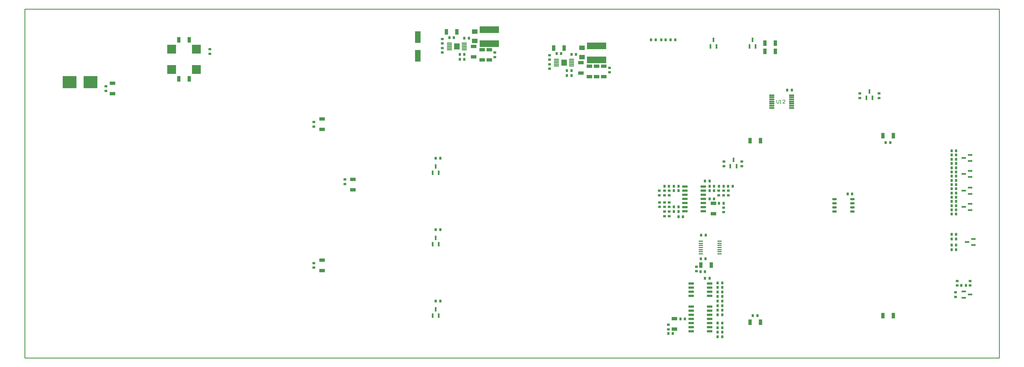
<source format=gtp>
G04 Layer_Color=10723209*
%FSLAX43Y43*%
%MOMM*%
G71*
G01*
G75*
%ADD10R,2.700X2.700*%
%ADD11O,1.400X0.350*%
%ADD12R,6.000X2.000*%
%ADD13R,1.350X0.600*%
%ADD14O,1.450X0.650*%
%ADD15R,1.800X1.340*%
%ADD16R,0.900X0.800*%
G04:AMPARAMS|DCode=17|XSize=0.45mm|YSize=1.6mm|CornerRadius=0.05mm|HoleSize=0mm|Usage=FLASHONLY|Rotation=90.000|XOffset=0mm|YOffset=0mm|HoleType=Round|Shape=RoundedRectangle|*
%AMROUNDEDRECTD17*
21,1,0.450,1.501,0,0,90.0*
21,1,0.351,1.600,0,0,90.0*
1,1,0.099,0.750,0.175*
1,1,0.099,0.750,-0.175*
1,1,0.099,-0.750,-0.175*
1,1,0.099,-0.750,0.175*
%
%ADD17ROUNDEDRECTD17*%
%ADD18R,4.240X3.810*%
%ADD19R,0.800X0.900*%
%ADD20R,1.800X3.550*%
G04:AMPARAMS|DCode=22|XSize=0.65mm|YSize=1.65mm|CornerRadius=0.049mm|HoleSize=0mm|Usage=FLASHONLY|Rotation=90.000|XOffset=0mm|YOffset=0mm|HoleType=Round|Shape=RoundedRectangle|*
%AMROUNDEDRECTD22*
21,1,0.650,1.552,0,0,90.0*
21,1,0.552,1.650,0,0,90.0*
1,1,0.098,0.776,0.276*
1,1,0.098,0.776,-0.276*
1,1,0.098,-0.776,-0.276*
1,1,0.098,-0.776,0.276*
%
%ADD22ROUNDEDRECTD22*%
%ADD23R,1.700X1.000*%
%ADD24R,1.000X1.700*%
G04:AMPARAMS|DCode=25|XSize=0.3mm|YSize=1.55mm|CornerRadius=0.05mm|HoleSize=0mm|Usage=FLASHONLY|Rotation=90.000|XOffset=0mm|YOffset=0mm|HoleType=Round|Shape=RoundedRectangle|*
%AMROUNDEDRECTD25*
21,1,0.300,1.451,0,0,90.0*
21,1,0.201,1.550,0,0,90.0*
1,1,0.099,0.726,0.101*
1,1,0.099,0.726,-0.101*
1,1,0.099,-0.726,-0.101*
1,1,0.099,-0.726,0.101*
%
%ADD25ROUNDEDRECTD25*%
G04:AMPARAMS|DCode=26|XSize=1.73mm|YSize=1.9mm|CornerRadius=0.052mm|HoleSize=0mm|Usage=FLASHONLY|Rotation=0.000|XOffset=0mm|YOffset=0mm|HoleType=Round|Shape=RoundedRectangle|*
%AMROUNDEDRECTD26*
21,1,1.730,1.796,0,0,0.0*
21,1,1.626,1.900,0,0,0.0*
1,1,0.104,0.813,-0.898*
1,1,0.104,-0.813,-0.898*
1,1,0.104,-0.813,0.898*
1,1,0.104,0.813,0.898*
%
%ADD26ROUNDEDRECTD26*%
%ADD27R,0.600X1.350*%
%ADD35C,0.254*%
%ADD36C,0.178*%
D10*
X45190Y95110D02*
D03*
X52810D02*
D03*
Y88890D02*
D03*
X45190D02*
D03*
D11*
X213875Y32050D02*
D03*
Y32700D02*
D03*
Y33350D02*
D03*
Y34000D02*
D03*
Y34650D02*
D03*
Y35300D02*
D03*
Y35950D02*
D03*
X208125Y32050D02*
D03*
Y32700D02*
D03*
Y33350D02*
D03*
Y34000D02*
D03*
Y34650D02*
D03*
Y35300D02*
D03*
Y35950D02*
D03*
D12*
X176000Y96150D02*
D03*
Y91850D02*
D03*
X143000Y101150D02*
D03*
Y96850D02*
D03*
D13*
X289025Y20450D02*
D03*
Y18550D02*
D03*
X290975Y19500D02*
D03*
X289025Y61600D02*
D03*
X290975Y62550D02*
D03*
Y60650D02*
D03*
X289025Y56700D02*
D03*
X290975Y57650D02*
D03*
Y55750D02*
D03*
X289025Y51500D02*
D03*
X290975Y52450D02*
D03*
Y50550D02*
D03*
X289025Y46500D02*
D03*
X290975Y47450D02*
D03*
Y45550D02*
D03*
X291975Y34750D02*
D03*
Y36650D02*
D03*
X290025Y35700D02*
D03*
D14*
X249275Y48905D02*
D03*
Y47635D02*
D03*
Y46365D02*
D03*
Y45095D02*
D03*
X254725Y48905D02*
D03*
Y47635D02*
D03*
Y46365D02*
D03*
Y45095D02*
D03*
D15*
X171500Y92670D02*
D03*
Y95530D02*
D03*
X138500Y97670D02*
D03*
Y100530D02*
D03*
D16*
X286500Y20200D02*
D03*
Y18800D02*
D03*
X287000Y22300D02*
D03*
Y23700D02*
D03*
X216600Y50100D02*
D03*
Y51500D02*
D03*
X195400Y47900D02*
D03*
Y46500D02*
D03*
X257000Y81500D02*
D03*
Y80100D02*
D03*
X263000Y81500D02*
D03*
Y80100D02*
D03*
X128500Y98300D02*
D03*
Y96900D02*
D03*
X161500Y93300D02*
D03*
Y91900D02*
D03*
X215100Y51500D02*
D03*
Y50100D02*
D03*
X196900Y51500D02*
D03*
Y50100D02*
D03*
X195300D02*
D03*
Y51500D02*
D03*
X196900Y46500D02*
D03*
Y47900D02*
D03*
Y43700D02*
D03*
Y45100D02*
D03*
X206700Y28100D02*
D03*
Y26700D02*
D03*
X128500Y95500D02*
D03*
Y94100D02*
D03*
X144700Y94100D02*
D03*
Y92700D02*
D03*
X161500Y89100D02*
D03*
Y90500D02*
D03*
X180000Y88000D02*
D03*
Y89400D02*
D03*
X57000Y93700D02*
D03*
Y95100D02*
D03*
X25000Y82300D02*
D03*
Y83700D02*
D03*
X220730Y60470D02*
D03*
Y59070D02*
D03*
X215230Y60470D02*
D03*
Y59070D02*
D03*
X215100Y44900D02*
D03*
Y46300D02*
D03*
X89000Y72700D02*
D03*
Y71300D02*
D03*
X213600Y51500D02*
D03*
Y50100D02*
D03*
X98500Y53600D02*
D03*
Y55000D02*
D03*
X198400Y51500D02*
D03*
Y50100D02*
D03*
X89000Y29200D02*
D03*
Y27800D02*
D03*
X198400Y46500D02*
D03*
Y47900D02*
D03*
Y43700D02*
D03*
Y45100D02*
D03*
X198100Y10200D02*
D03*
Y8800D02*
D03*
X291000Y22300D02*
D03*
Y23700D02*
D03*
D17*
X229950Y80950D02*
D03*
Y80300D02*
D03*
Y79650D02*
D03*
Y79000D02*
D03*
Y78350D02*
D03*
Y77700D02*
D03*
Y77050D02*
D03*
X236050Y80950D02*
D03*
Y80300D02*
D03*
Y79650D02*
D03*
Y79000D02*
D03*
Y78350D02*
D03*
Y77700D02*
D03*
Y77050D02*
D03*
D18*
X13815Y85000D02*
D03*
X20185D02*
D03*
D19*
X289700Y22300D02*
D03*
X288300D02*
D03*
X210800Y54500D02*
D03*
X209400D02*
D03*
X201200Y43500D02*
D03*
X202600D02*
D03*
X209400Y24500D02*
D03*
X210800D02*
D03*
X198800Y98000D02*
D03*
X200200D02*
D03*
X197300D02*
D03*
X195900D02*
D03*
X286700Y52100D02*
D03*
X285300D02*
D03*
X286700Y50800D02*
D03*
X285300D02*
D03*
X286700Y46900D02*
D03*
X285300D02*
D03*
X286700Y45600D02*
D03*
X285300D02*
D03*
X133900Y93500D02*
D03*
X135300D02*
D03*
Y92000D02*
D03*
X133900D02*
D03*
X166900Y88500D02*
D03*
X168300D02*
D03*
Y87000D02*
D03*
X166900D02*
D03*
X127900Y61500D02*
D03*
X126500D02*
D03*
X212200Y51500D02*
D03*
X210800D02*
D03*
Y52900D02*
D03*
X212200D02*
D03*
X217900D02*
D03*
X216500D02*
D03*
X127900Y39500D02*
D03*
X126500D02*
D03*
X199800Y51500D02*
D03*
X201200D02*
D03*
Y52900D02*
D03*
X199800D02*
D03*
X127900Y17500D02*
D03*
X126500D02*
D03*
X199800Y46500D02*
D03*
X201200D02*
D03*
Y45100D02*
D03*
X199800D02*
D03*
X214700Y9300D02*
D03*
X213300D02*
D03*
X213300Y6500D02*
D03*
X214700D02*
D03*
X214700Y20300D02*
D03*
X213300D02*
D03*
Y23100D02*
D03*
X214700D02*
D03*
X214700Y14700D02*
D03*
X213300D02*
D03*
Y17500D02*
D03*
X214700D02*
D03*
X213700Y47600D02*
D03*
X215100D02*
D03*
X199500Y7500D02*
D03*
X198100D02*
D03*
X234700Y82500D02*
D03*
X236100D02*
D03*
X194200Y98000D02*
D03*
X192800D02*
D03*
X130700Y98700D02*
D03*
X132100D02*
D03*
X136700Y98500D02*
D03*
X135300D02*
D03*
X165100Y93800D02*
D03*
X163700D02*
D03*
X169700Y93500D02*
D03*
X168300D02*
D03*
X253300Y50500D02*
D03*
X254700D02*
D03*
X266430Y66370D02*
D03*
X265030D02*
D03*
X224130Y12970D02*
D03*
X225530D02*
D03*
X212200Y49000D02*
D03*
X210800D02*
D03*
X209500Y30500D02*
D03*
X208100D02*
D03*
X209400Y26600D02*
D03*
X208000D02*
D03*
X213700Y52900D02*
D03*
X215100D02*
D03*
X198300D02*
D03*
X196900D02*
D03*
X209600Y37800D02*
D03*
X208200D02*
D03*
X201800Y12000D02*
D03*
X203200D02*
D03*
X214700Y10700D02*
D03*
X213300D02*
D03*
Y7900D02*
D03*
X214700D02*
D03*
X214700Y18900D02*
D03*
X213300D02*
D03*
Y21700D02*
D03*
X214700D02*
D03*
X214700Y13300D02*
D03*
X213300D02*
D03*
Y16100D02*
D03*
X214700D02*
D03*
X285300Y56000D02*
D03*
X286700D02*
D03*
X285300Y57300D02*
D03*
X286700D02*
D03*
X285300Y61200D02*
D03*
X286700D02*
D03*
X285300Y62500D02*
D03*
X286700D02*
D03*
Y63800D02*
D03*
X285300D02*
D03*
X286700Y59900D02*
D03*
X285300D02*
D03*
X286700Y58600D02*
D03*
X285300D02*
D03*
X286700Y54700D02*
D03*
X285300D02*
D03*
X286700Y53400D02*
D03*
X285300D02*
D03*
X286700Y49500D02*
D03*
X285300D02*
D03*
X286700Y48200D02*
D03*
X285300D02*
D03*
X286700Y44300D02*
D03*
X285300D02*
D03*
Y38100D02*
D03*
X286700D02*
D03*
X285300Y33300D02*
D03*
X286700D02*
D03*
X285300Y36600D02*
D03*
X286700D02*
D03*
Y34800D02*
D03*
X285300D02*
D03*
D20*
X121000Y98875D02*
D03*
Y93125D02*
D03*
D22*
X205175Y15810D02*
D03*
Y14540D02*
D03*
Y13270D02*
D03*
Y12000D02*
D03*
Y10730D02*
D03*
Y9460D02*
D03*
Y8190D02*
D03*
X210825Y15810D02*
D03*
Y14540D02*
D03*
Y13270D02*
D03*
Y12000D02*
D03*
Y10730D02*
D03*
Y9460D02*
D03*
Y8190D02*
D03*
X205175Y22905D02*
D03*
Y21635D02*
D03*
Y20365D02*
D03*
Y19095D02*
D03*
X210825Y22905D02*
D03*
Y21635D02*
D03*
Y20365D02*
D03*
Y19095D02*
D03*
X208825Y45190D02*
D03*
Y46460D02*
D03*
Y47730D02*
D03*
Y49000D02*
D03*
Y50270D02*
D03*
Y51540D02*
D03*
Y52810D02*
D03*
X203175Y45190D02*
D03*
Y46460D02*
D03*
Y47730D02*
D03*
Y49000D02*
D03*
Y50270D02*
D03*
Y51540D02*
D03*
Y52810D02*
D03*
D23*
X200000Y8900D02*
D03*
Y12100D02*
D03*
X138200Y96000D02*
D03*
Y92800D02*
D03*
X171200Y91000D02*
D03*
Y87800D02*
D03*
X143000Y95000D02*
D03*
Y91800D02*
D03*
X140800Y95000D02*
D03*
Y91800D02*
D03*
X178200Y89900D02*
D03*
Y86700D02*
D03*
X176000Y89900D02*
D03*
Y86700D02*
D03*
X173800Y89900D02*
D03*
Y86700D02*
D03*
X27000Y84600D02*
D03*
Y81400D02*
D03*
X212000Y47600D02*
D03*
Y44400D02*
D03*
X91500Y70400D02*
D03*
Y73600D02*
D03*
X101000Y55000D02*
D03*
Y51800D02*
D03*
X91500Y26900D02*
D03*
Y30100D02*
D03*
D24*
X50600Y98000D02*
D03*
X47400D02*
D03*
X231000Y97000D02*
D03*
X227800D02*
D03*
X231000Y94500D02*
D03*
X227800D02*
D03*
X50600Y86000D02*
D03*
X47400D02*
D03*
X129800Y100500D02*
D03*
X133000D02*
D03*
X162800Y95500D02*
D03*
X166000D02*
D03*
X223230Y66970D02*
D03*
X226430D02*
D03*
X267330Y12970D02*
D03*
X264130D02*
D03*
Y68470D02*
D03*
X267330D02*
D03*
X226430Y10970D02*
D03*
X223230D02*
D03*
X208100Y28600D02*
D03*
X211300D02*
D03*
D25*
X168325Y92000D02*
D03*
X163675D02*
D03*
Y91500D02*
D03*
Y91000D02*
D03*
Y90500D02*
D03*
Y90000D02*
D03*
X168325Y91500D02*
D03*
Y91000D02*
D03*
Y90500D02*
D03*
Y90000D02*
D03*
X135325Y97000D02*
D03*
X130675D02*
D03*
Y96500D02*
D03*
Y96000D02*
D03*
Y95500D02*
D03*
Y95000D02*
D03*
X135325Y96500D02*
D03*
Y96000D02*
D03*
Y95500D02*
D03*
Y95000D02*
D03*
D26*
X166000Y91000D02*
D03*
X133000Y96000D02*
D03*
D27*
X126500Y58975D02*
D03*
X127450Y57025D02*
D03*
X125550D02*
D03*
X126500Y36975D02*
D03*
X127450Y35025D02*
D03*
X125550D02*
D03*
X126500Y14975D02*
D03*
X127450Y13025D02*
D03*
X125550D02*
D03*
X218130Y61045D02*
D03*
X219080Y59095D02*
D03*
X217180D02*
D03*
X224000Y97975D02*
D03*
X224950Y96025D02*
D03*
X223050D02*
D03*
X212000Y97975D02*
D03*
X212950Y96025D02*
D03*
X211050D02*
D03*
X260000Y82075D02*
D03*
X260950Y80125D02*
D03*
X259050D02*
D03*
D35*
X0Y0D02*
X300000D01*
Y107500D01*
X0D02*
X300000D01*
X0Y0D02*
Y107500D01*
D36*
X231476Y79508D02*
Y78661D01*
X231645Y78492D01*
X231984D01*
X232153Y78661D01*
Y79508D01*
X232492Y78492D02*
X232830D01*
X232661D01*
Y79508D01*
X232492Y79338D01*
X234015Y78492D02*
X233338D01*
X234015Y79169D01*
Y79338D01*
X233846Y79508D01*
X233507D01*
X233338Y79338D01*
M02*

</source>
